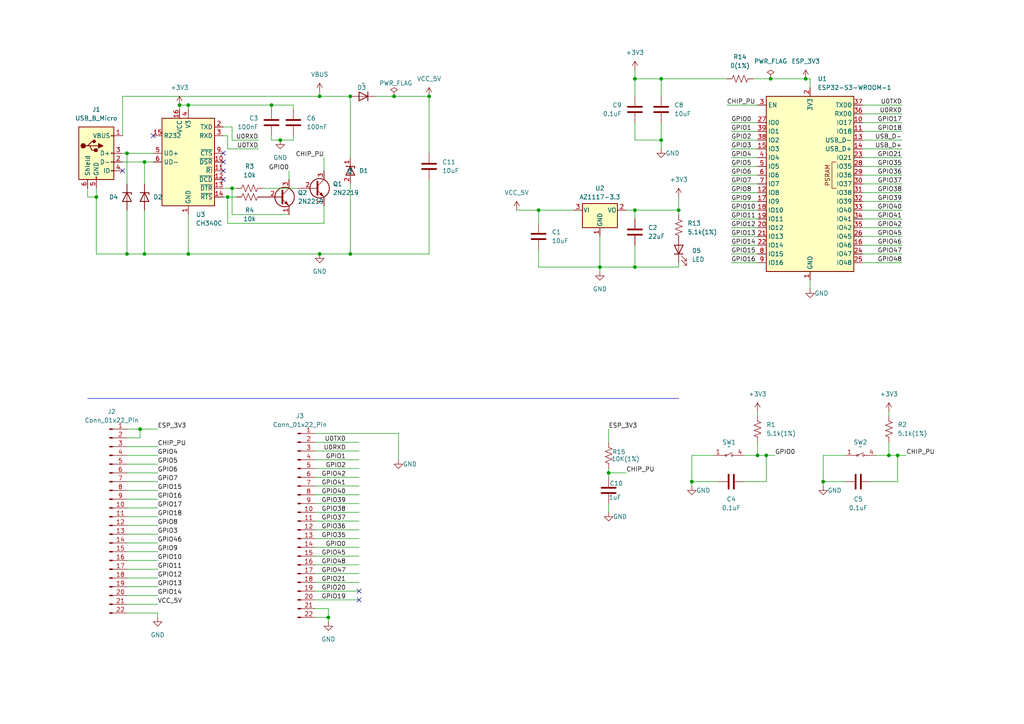
<source format=kicad_sch>
(kicad_sch (version 20231120) (generator "eeschema") (generator_version "8.0")
  (paper "A4")
  (lib_symbols
    (symbol "Button_1"
      (property "Reference" "SW" (at 0.508 0 0))
      (symbol "Button_1_1_1"
        (pin passive line (at -3.81 -2.54 0) (length 2.54) (name "") (number "1"))
        (pin no_connect line (at -1.27 -6.35 90) (length 2.54) hide (name "") (number "2"))
        (pin no_connect line (at 2.54 -6.35 90) (length 2.54) hide (name "") (number "3"))
        (pin passive line (at 5.08 -2.54 180) (length 2.54) (name "") (number "4"))
      )
    )
    (symbol "Connector:Conn_01x22_Pin" (pin_names (offset 1.016) hide)
      (property "Reference" "J" (at 0 27.94 0))
      (property "Value" "Conn_01x22_Pin" (at 0 -30.48 0))
      (symbol "Conn_01x22_Pin_1_1"
        (pin passive line (at 5.08 25.4 180) (length 3.81) (name "Pin_1") (number "1"))
        (pin passive line (at 5.08 2.54 180) (length 3.81) (name "Pin_10") (number "10"))
        (pin passive line (at 5.08 0 180) (length 3.81) (name "Pin_11") (number "11"))
        (pin passive line (at 5.08 -2.54 180) (length 3.81) (name "Pin_12") (number "12"))
        (pin passive line (at 5.08 -5.08 180) (length 3.81) (name "Pin_13") (number "13"))
        (pin passive line (at 5.08 -7.62 180) (length 3.81) (name "Pin_14") (number "14"))
        (pin passive line (at 5.08 -10.16 180) (length 3.81) (name "Pin_15") (number "15"))
        (pin passive line (at 5.08 -12.7 180) (length 3.81) (name "Pin_16") (number "16"))
        (pin passive line (at 5.08 -15.24 180) (length 3.81) (name "Pin_17") (number "17"))
        (pin passive line (at 5.08 -17.78 180) (length 3.81) (name "Pin_18") (number "18"))
        (pin passive line (at 5.08 -20.32 180) (length 3.81) (name "Pin_19") (number "19"))
        (pin passive line (at 5.08 22.86 180) (length 3.81) (name "Pin_2") (number "2"))
        (pin passive line (at 5.08 -22.86 180) (length 3.81) (name "Pin_20") (number "20"))
        (pin passive line (at 5.08 -25.4 180) (length 3.81) (name "Pin_21") (number "21"))
        (pin passive line (at 5.08 -27.94 180) (length 3.81) (name "Pin_22") (number "22"))
        (pin passive line (at 5.08 20.32 180) (length 3.81) (name "Pin_3") (number "3"))
        (pin passive line (at 5.08 17.78 180) (length 3.81) (name "Pin_4") (number "4"))
        (pin passive line (at 5.08 15.24 180) (length 3.81) (name "Pin_5") (number "5"))
        (pin passive line (at 5.08 12.7 180) (length 3.81) (name "Pin_6") (number "6"))
        (pin passive line (at 5.08 10.16 180) (length 3.81) (name "Pin_7") (number "7"))
        (pin passive line (at 5.08 7.62 180) (length 3.81) (name "Pin_8") (number "8"))
        (pin passive line (at 5.08 5.08 180) (length 3.81) (name "Pin_9") (number "9"))
      )
    )
    (symbol "Connector:USB_B_Micro" (pin_names (offset 1.016))
      (property "Reference" "J1" (at 0 12.7 0))
      (property "Value" "USB_B_Micro" (at 0 10.16 0))
      (symbol "USB_B_Micro_1_1"
        (pin power_out line (at 7.62 5.08 180) (length 2.54) (name "VBUS") (number "1"))
        (pin bidirectional line (at 7.62 -2.54 180) (length 2.54) (name "D-") (number "2"))
        (pin bidirectional line (at 7.62 0 180) (length 2.54) (name "D+") (number "3"))
        (pin passive line (at 7.62 -5.08 180) (length 2.54) (name "ID") (number "4"))
        (pin power_out line (at 0 -10.16 90) (length 2.54) (name "GND") (number "5"))
        (pin passive line (at -2.54 -10.16 90) (length 2.54) (name "Shield") (number "6"))
      )
    )
    (symbol "D_Zener_1" (pin_names (offset 1.016))
      (property "Reference" "D" (at 0 2.54 0))
      (property "Value" "D_Zener" (at 0 -2.54 0))
      (symbol "D_Zener_1_1_1"
        (pin passive line (at -3.81 0 0) (length 2.54) (name "K") (number "1"))
        (pin passive line (at 3.81 0 180) (length 2.54) (name "A") (number "2"))
      )
    )
    (symbol "Device:C" (pin_numbers hide) (pin_names (offset 0.254))
      (property "Reference" "C" (at 0.635 2.54 0))
      (property "Value" "C" (at 0.635 -2.54 0))
      (symbol "C_1_1"
        (pin passive line (at 0 3.81 270) (length 2.794) (name "~") (number "1"))
        (pin passive line (at 0 -3.81 90) (length 2.794) (name "~") (number "2"))
      )
    )
    (symbol "Device:D_Zener" (pin_numbers hide) (pin_names (offset 1.016) hide)
      (property "Reference" "D" (at 0 2.54 0))
      (property "Value" "D_Zener" (at 0 -2.54 0))
      (symbol "D_Zener_1_1"
        (pin passive line (at -3.81 0 0) (length 2.54) (name "K") (number "1"))
        (pin passive line (at 3.81 0 180) (length 2.54) (name "A") (number "2"))
      )
    )
    (symbol "Device:LED" (pin_numbers hide) (pin_names (offset 1.016) hide)
      (property "Reference" "D" (at 0 2.54 0))
      (property "Value" "LED" (at 0 -2.54 0))
      (symbol "LED_1_1"
        (pin passive line (at -3.81 0 0) (length 2.54) (name "K") (number "1"))
        (pin passive line (at 3.81 0 180) (length 2.54) (name "A") (number "2"))
      )
    )
    (symbol "Device:R_US" (pin_numbers hide) (pin_names (offset 0))
      (property "Reference" "R" (at 2.54 0 90))
      (property "Value" "R_US" (at -2.54 0 90))
      (symbol "R_US_1_1"
        (pin passive line (at 0 3.81 270) (length 1.27) (name "~") (number "1"))
        (pin passive line (at 0 -3.81 90) (length 1.27) (name "~") (number "2"))
      )
    )
    (symbol "Diode:US2AA" (pin_numbers hide) (pin_names hide)
      (property "Reference" "D" (at 0 2.54 0))
      (property "Value" "US2AA" (at 0 -2.54 0))
      (symbol "US2AA_1_1"
        (pin passive line (at -3.81 0 0) (length 2.54) (name "K") (number "1"))
        (pin passive line (at 3.81 0 180) (length 2.54) (name "A") (number "2"))
      )
    )
    (symbol "Interface_USB:CH340C"
      (property "Reference" "U" (at -5.08 13.97 0))
      (property "Value" "CH340C" (at 1.27 13.97 0))
      (symbol "CH340C_1_1"
        (pin power_in line (at 0 -15.24 90) (length 2.54) (name "GND") (number "1"))
        (pin input line (at 10.16 0 180) (length 2.54) (name "~{DSR}") (number "10"))
        (pin input line (at 10.16 -2.54 180) (length 2.54) (name "~{RI}") (number "11"))
        (pin input line (at 10.16 -5.08 180) (length 2.54) (name "~{DCD}") (number "12"))
        (pin output line (at 10.16 -7.62 180) (length 2.54) (name "~{DTR}") (number "13"))
        (pin output line (at 10.16 -10.16 180) (length 2.54) (name "~{RTS}") (number "14"))
        (pin input line (at -10.16 7.62 0) (length 2.54) (name "R232") (number "15"))
        (pin power_in line (at -2.54 15.24 270) (length 2.54) (name "VCC") (number "16"))
        (pin output line (at 10.16 10.16 180) (length 2.54) (name "TXD") (number "2"))
        (pin input line (at 10.16 7.62 180) (length 2.54) (name "RXD") (number "3"))
        (pin power_out line (at 0 15.24 270) (length 2.54) (name "V3") (number "4"))
        (pin bidirectional line (at -10.16 2.54 0) (length 2.54) (name "UD+") (number "5"))
        (pin bidirectional line (at -10.16 0 0) (length 2.54) (name "UD-") (number "6"))
        (pin no_connect line (at -7.62 -5.08 0) (length 2.54) hide (name "NC") (number "7"))
        (pin no_connect line (at -7.62 -7.62 0) (length 2.54) hide (name "NC") (number "8"))
        (pin input line (at 10.16 2.54 180) (length 2.54) (name "~{CTS}") (number "9"))
      )
    )
    (symbol "Library_project:Button"
      (property "Reference" "SW" (at 0.508 0 0))
      (symbol "Button_1_1"
        (pin passive line (at -3.81 -2.54 0) (length 2.54) (name "") (number "1"))
        (pin no_connect line (at -1.27 -6.35 90) (length 2.54) hide (name "") (number "2"))
        (pin no_connect line (at 2.54 -6.35 90) (length 2.54) hide (name "") (number "3"))
        (pin passive line (at 5.08 -2.54 180) (length 2.54) (name "") (number "4"))
      )
    )
    (symbol "RF_Module:ESP32-S3-WROOM-1"
      (property "Reference" "U" (at -12.7 26.67 0))
      (property "Value" "ESP32-S3-WROOM-1" (at 12.7 26.67 0))
      (symbol "ESP32-S3-WROOM-1_0_0"
        (text "PSRAM" (at 5.08 2.54 900) (effects (font (size 1.27 1.27))))
      )
      (symbol "ESP32-S3-WROOM-1_1_1"
        (pin power_in line (at 0 -27.94 90) (length 2.54) (name "GND") (number "1"))
        (pin bidirectional line (at 15.24 17.78 180) (length 2.54) (name "IO17") (number "10"))
        (pin bidirectional line (at 15.24 15.24 180) (length 2.54) (name "IO18") (number "11"))
        (pin bidirectional line (at -15.24 -2.54 0) (length 2.54) (name "IO8") (number "12"))
        (pin bidirectional line (at 15.24 12.7 180) (length 2.54) (name "USB_D-") (number "13"))
        (pin bidirectional line (at 15.24 10.16 180) (length 2.54) (name "USB_D+") (number "14"))
        (pin bidirectional line (at -15.24 10.16 0) (length 2.54) (name "IO3") (number "15"))
        (pin bidirectional line (at 15.24 -17.78 180) (length 2.54) (name "IO46") (number "16"))
        (pin bidirectional line (at -15.24 -5.08 0) (length 2.54) (name "IO9") (number "17"))
        (pin bidirectional line (at -15.24 -7.62 0) (length 2.54) (name "IO10") (number "18"))
        (pin bidirectional line (at -15.24 -10.16 0) (length 2.54) (name "IO11") (number "19"))
        (pin power_in line (at 0 27.94 270) (length 2.54) (name "3V3") (number "2"))
        (pin bidirectional line (at -15.24 -12.7 0) (length 2.54) (name "IO12") (number "20"))
        (pin bidirectional line (at -15.24 -15.24 0) (length 2.54) (name "IO13") (number "21"))
        (pin bidirectional line (at -15.24 -17.78 0) (length 2.54) (name "IO14") (number "22"))
        (pin bidirectional line (at 15.24 7.62 180) (length 2.54) (name "IO21") (number "23"))
        (pin bidirectional line (at 15.24 -20.32 180) (length 2.54) (name "IO47") (number "24"))
        (pin bidirectional line (at 15.24 -22.86 180) (length 2.54) (name "IO48") (number "25"))
        (pin bidirectional line (at 15.24 -15.24 180) (length 2.54) (name "IO45") (number "26"))
        (pin bidirectional line (at -15.24 17.78 0) (length 2.54) (name "IO0") (number "27"))
        (pin bidirectional line (at 15.24 5.08 180) (length 2.54) (name "IO35") (number "28"))
        (pin bidirectional line (at 15.24 2.54 180) (length 2.54) (name "IO36") (number "29"))
        (pin input line (at -15.24 22.86 0) (length 2.54) (name "EN") (number "3"))
        (pin bidirectional line (at 15.24 0 180) (length 2.54) (name "IO37") (number "30"))
        (pin bidirectional line (at 15.24 -2.54 180) (length 2.54) (name "IO38") (number "31"))
        (pin bidirectional line (at 15.24 -5.08 180) (length 2.54) (name "IO39") (number "32"))
        (pin bidirectional line (at 15.24 -7.62 180) (length 2.54) (name "IO40") (number "33"))
        (pin bidirectional line (at 15.24 -10.16 180) (length 2.54) (name "IO41") (number "34"))
        (pin bidirectional line (at 15.24 -12.7 180) (length 2.54) (name "IO42") (number "35"))
        (pin bidirectional line (at 15.24 20.32 180) (length 2.54) (name "RXD0") (number "36"))
        (pin bidirectional line (at 15.24 22.86 180) (length 2.54) (name "TXD0") (number "37"))
        (pin bidirectional line (at -15.24 12.7 0) (length 2.54) (name "IO2") (number "38"))
        (pin bidirectional line (at -15.24 15.24 0) (length 2.54) (name "IO1") (number "39"))
        (pin bidirectional line (at -15.24 7.62 0) (length 2.54) (name "IO4") (number "4"))
        (pin passive line (at 0 -27.94 90) (length 2.54) hide (name "GND") (number "40"))
        (pin passive line (at 0 -27.94 90) (length 2.54) hide (name "GND") (number "41"))
        (pin bidirectional line (at -15.24 5.08 0) (length 2.54) (name "IO5") (number "5"))
        (pin bidirectional line (at -15.24 2.54 0) (length 2.54) (name "IO6") (number "6"))
        (pin bidirectional line (at -15.24 0 0) (length 2.54) (name "IO7") (number "7"))
        (pin bidirectional line (at -15.24 -20.32 0) (length 2.54) (name "IO15") (number "8"))
        (pin bidirectional line (at -15.24 -22.86 0) (length 2.54) (name "IO16") (number "9"))
      )
    )
    (symbol "Regulator_Linear:AZ1117-3.3" (pin_names (offset 0.254))
      (property "Reference" "U" (at -3.81 3.175 0))
      (property "Value" "AZ1117-3.3" (at 0 3.175 0))
      (symbol "AZ1117-3.3_1_1"
        (pin power_in line (at 0 -7.62 90) (length 2.54) (name "GND") (number "1"))
        (pin power_out line (at 7.62 0 180) (length 2.54) (name "VO") (number "2"))
        (pin power_in line (at -7.62 0 0) (length 2.54) (name "VI") (number "3"))
      )
    )
    (symbol "Transistor_BJT:2N2219" (pin_names (offset 0) hide)
      (property "Reference" "Q" (at 5.08 1.905 0))
      (property "Value" "2N2219" (at 5.08 0 0))
      (symbol "2N2219_1_1"
        (pin passive line (at 2.54 -5.08 90) (length 2.54) (name "E") (number "1"))
        (pin passive line (at -5.08 0 0) (length 5.715) (name "B") (number "2"))
        (pin passive line (at 2.54 5.08 270) (length 2.54) (name "C") (number "3"))
      )
    )
    (symbol "power:+3V3" (power) (pin_numbers hide) (pin_names (offset 0) hide)
      (property "Value" "+3V3" (at 0 3.556 0))
      (symbol "+3V3_1_1"
        (pin power_in line (at 0 0 90) (length 0) (name "~") (number "1"))
      )
    )
    (symbol "power:GND" (power) (pin_numbers hide) (pin_names (offset 0) hide)
      (property "Value" "GND" (at 0 -3.81 0))
      (symbol "GND_1_1"
        (pin power_in line (at 0 0 270) (length 0) (name "~") (number "1"))
      )
    )
    (symbol "power:PWR_FLAG" (power) (pin_numbers hide) (pin_names (offset 0) hide)
      (property "Value" "PWR_FLAG" (at 0 3.81 0))
      (symbol "PWR_FLAG_0_0"
        (pin power_out line (at 0 0 90) (length 0) (name "~") (number "1"))
      )
    )
    (symbol "power:VBUS" (power) (pin_numbers hide) (pin_names (offset 0) hide)
      (property "Value" "VBUS" (at 0 3.556 0))
      (symbol "VBUS_1_1"
        (pin power_in line (at 0 0 90) (length 0) (name "~") (number "1"))
      )
    )
  )
  (junction (at 67.31 54.61))
  (junction (at 233.68 22.86))
  (junction (at 238.76 139.7))
  (junction (at 41.91 73.66))
  (junction (at 95.25 179.07))
  (junction (at 222.25 132.08))
  (junction (at 191.77 22.86))
  (junction (at 36.83 73.66))
  (junction (at 173.99 77.47))
  (junction (at 27.94 57.15))
  (junction (at 200.66 139.7))
  (junction (at 52.07 30.48))
  (junction (at 81.28 40.64))
  (junction (at 101.6 27.94))
  (junction (at 184.15 22.86))
  (junction (at 78.74 30.48))
  (junction (at 176.53 137.16))
  (junction (at 54.61 30.48))
  (junction (at 219.71 132.08))
  (junction (at 66.04 57.15))
  (junction (at 223.52 22.86))
  (junction (at 92.71 27.94))
  (junction (at 41.91 46.99))
  (junction (at 92.71 73.66))
  (junction (at 257.81 132.08))
  (junction (at 260.35 132.08))
  (junction (at 156.21 60.96))
  (junction (at 36.83 44.45))
  (junction (at 40.64 124.46))
  (junction (at 124.46 27.94))
  (junction (at 196.85 60.96))
  (junction (at 191.77 40.64))
  (junction (at 54.61 73.66))
  (junction (at 101.6 73.66))
  (junction (at 184.15 77.47))
  (junction (at 114.3 27.94))
  (junction (at 184.15 60.96))
  (no_connect (at 104.14 173.99))
  (no_connect (at 104.14 171.45))
  (no_connect (at 64.77 49.53))
  (no_connect (at 64.77 52.07))
  (no_connect (at 64.77 46.99))
  (no_connect (at 35.56 49.53))
  (no_connect (at 64.77 44.45))
  (no_connect (at 44.45 39.37))
  (wire (pts (xy 173.99 68.58) (xy 173.99 77.47)))
  (wire (pts (xy 67.31 36.83) (xy 64.77 36.83)))
  (wire (pts (xy 176.53 146.05) (xy 176.53 148.59)))
  (wire (pts (xy 156.21 72.39) (xy 156.21 77.47)))
  (wire (pts (xy 156.21 60.96) (xy 166.37 60.96)))
  (wire (pts (xy 92.71 26.67) (xy 92.71 27.94)))
  (wire (pts (xy 78.74 31.75) (xy 78.74 30.48)))
  (wire (pts (xy 222.25 132.08) (xy 222.25 139.7)))
  (wire (pts (xy 64.77 54.61) (xy 67.31 54.61)))
  (wire (pts (xy 35.56 27.94) (xy 35.56 39.37)))
  (wire (pts (xy 181.61 60.96) (xy 184.15 60.96)))
  (wire (pts (xy 234.95 83.82) (xy 234.95 81.28)))
  (wire (pts (xy 184.15 60.96) (xy 196.85 60.96)))
  (wire (pts (xy 91.44 173.99) (xy 104.14 173.99)))
  (wire (pts (xy 261.62 73.66) (xy 250.19 73.66)))
  (wire (pts (xy 91.44 153.67) (xy 104.14 153.67)))
  (wire (pts (xy 83.82 49.53) (xy 83.82 52.07)))
  (wire (pts (xy 261.62 66.04) (xy 250.19 66.04)))
  (wire (pts (xy 200.66 140.97) (xy 200.66 139.7)))
  (wire (pts (xy 212.09 63.5) (xy 219.71 63.5)))
  (wire (pts (xy 233.68 22.86) (xy 234.95 22.86)))
  (wire (pts (xy 234.95 25.4) (xy 234.95 22.86)))
  (wire (pts (xy 85.09 30.48) (xy 78.74 30.48)))
  (wire (pts (xy 260.35 132.08) (xy 260.35 139.7)))
  (wire (pts (xy 54.61 30.48) (xy 52.07 30.48)))
  (wire (pts (xy 212.09 73.66) (xy 219.71 73.66)))
  (wire (pts (xy 36.83 157.48) (xy 45.72 157.48)))
  (wire (pts (xy 250.19 35.56) (xy 261.62 35.56)))
  (wire (pts (xy 184.15 60.96) (xy 184.15 63.5)))
  (wire (pts (xy 91.44 168.91) (xy 104.14 168.91)))
  (wire (pts (xy 67.31 40.64) (xy 67.31 36.83)))
  (wire (pts (xy 36.83 73.66) (xy 41.91 73.66)))
  (wire (pts (xy 25.4 57.15) (xy 27.94 57.15)))
  (wire (pts (xy 261.62 71.12) (xy 250.19 71.12)))
  (wire (pts (xy 93.98 45.72) (xy 93.98 49.53)))
  (wire (pts (xy 124.46 27.94) (xy 124.46 44.45)))
  (wire (pts (xy 36.83 175.26) (xy 45.72 175.26)))
  (wire (pts (xy 91.44 163.83) (xy 104.14 163.83)))
  (wire (pts (xy 176.53 124.46) (xy 176.53 128.27)))
  (wire (pts (xy 35.56 46.99) (xy 41.91 46.99)))
  (wire (pts (xy 36.83 144.78) (xy 45.72 144.78)))
  (wire (pts (xy 36.83 154.94) (xy 45.72 154.94)))
  (wire (pts (xy 54.61 30.48) (xy 78.74 30.48)))
  (wire (pts (xy 222.25 132.08) (xy 224.79 132.08)))
  (wire (pts (xy 184.15 71.12) (xy 184.15 77.47)))
  (wire (pts (xy 95.25 179.07) (xy 95.25 176.53)))
  (wire (pts (xy 260.35 132.08) (xy 262.89 132.08)))
  (wire (pts (xy 257.81 132.08) (xy 260.35 132.08)))
  (wire (pts (xy 219.71 119.38) (xy 219.71 120.65)))
  (wire (pts (xy 261.62 45.72) (xy 250.19 45.72)))
  (wire (pts (xy 184.15 20.32) (xy 184.15 22.86)))
  (wire (pts (xy 218.44 22.86) (xy 223.52 22.86)))
  (wire (pts (xy 66.04 43.18) (xy 66.04 39.37)))
  (wire (pts (xy 36.83 134.62) (xy 45.72 134.62)))
  (wire (pts (xy 36.83 162.56) (xy 45.72 162.56)))
  (wire (pts (xy 212.09 60.96) (xy 219.71 60.96)))
  (wire (pts (xy 92.71 73.66) (xy 101.6 73.66)))
  (wire (pts (xy 91.44 166.37) (xy 104.14 166.37)))
  (wire (pts (xy 36.83 137.16) (xy 45.72 137.16)))
  (wire (pts (xy 212.09 58.42) (xy 219.71 58.42)))
  (wire (pts (xy 36.83 139.7) (xy 45.72 139.7)))
  (wire (pts (xy 191.77 22.86) (xy 210.82 22.86)))
  (wire (pts (xy 257.81 119.38) (xy 257.81 120.65)))
  (wire (pts (xy 219.71 132.08) (xy 222.25 132.08)))
  (wire (pts (xy 76.2 54.61) (xy 86.36 54.61)))
  (wire (pts (xy 36.83 147.32) (xy 45.72 147.32)))
  (wire (pts (xy 261.62 76.2) (xy 250.19 76.2)))
  (wire (pts (xy 52.07 30.48) (xy 52.07 31.75)))
  (wire (pts (xy 41.91 46.99) (xy 41.91 53.34)))
  (wire (pts (xy 91.44 158.75) (xy 104.14 158.75)))
  (wire (pts (xy 85.09 40.64) (xy 81.28 40.64)))
  (wire (pts (xy 223.52 22.86) (xy 233.68 22.86)))
  (wire (pts (xy 54.61 73.66) (xy 92.71 73.66)))
  (wire (pts (xy 91.44 140.97) (xy 104.14 140.97)))
  (wire (pts (xy 196.85 57.15) (xy 196.85 60.96)))
  (wire (pts (xy 184.15 77.47) (xy 196.85 77.47)))
  (wire (pts (xy 176.53 137.16) (xy 176.53 138.43)))
  (wire (pts (xy 207.01 132.08) (xy 200.66 132.08)))
  (wire (pts (xy 40.64 127) (xy 40.64 124.46)))
  (wire (pts (xy 200.66 132.08) (xy 200.66 139.7)))
  (wire (pts (xy 91.44 148.59) (xy 104.14 148.59)))
  (wire (pts (xy 91.44 133.35) (xy 104.14 133.35)))
  (wire (pts (xy 41.91 60.96) (xy 41.91 73.66)))
  (wire (pts (xy 212.09 40.64) (xy 219.71 40.64)))
  (wire (pts (xy 261.62 50.8) (xy 250.19 50.8)))
  (polyline (pts (xy 25.4 115.57) (xy 196.85 115.57)))
  (wire (pts (xy 41.91 73.66) (xy 54.61 73.66)))
  (wire (pts (xy 68.58 54.61) (xy 67.31 54.61)))
  (wire (pts (xy 156.21 60.96) (xy 156.21 64.77)))
  (wire (pts (xy 91.44 138.43) (xy 104.14 138.43)))
  (wire (pts (xy 191.77 22.86) (xy 191.77 27.94)))
  (wire (pts (xy 36.83 124.46) (xy 40.64 124.46)))
  (wire (pts (xy 40.64 124.46) (xy 45.72 124.46)))
  (wire (pts (xy 36.83 44.45) (xy 44.45 44.45)))
  (wire (pts (xy 250.19 43.18) (xy 261.62 43.18)))
  (wire (pts (xy 196.85 62.23) (xy 196.85 60.96)))
  (wire (pts (xy 36.83 142.24) (xy 45.72 142.24)))
  (wire (pts (xy 252.73 139.7) (xy 260.35 139.7)))
  (wire (pts (xy 91.44 161.29) (xy 104.14 161.29)))
  (wire (pts (xy 44.45 46.99) (xy 41.91 46.99)))
  (wire (pts (xy 196.85 69.85) (xy 196.85 68.58)))
  (wire (pts (xy 257.81 128.27) (xy 257.81 132.08)))
  (wire (pts (xy 91.44 171.45) (xy 104.14 171.45)))
  (wire (pts (xy 238.76 140.97) (xy 238.76 139.7)))
  (wire (pts (xy 212.09 53.34) (xy 219.71 53.34)))
  (wire (pts (xy 54.61 62.23) (xy 54.61 73.66)))
  (wire (pts (xy 85.09 31.75) (xy 85.09 30.48)))
  (wire (pts (xy 215.9 139.7) (xy 222.25 139.7)))
  (wire (pts (xy 261.62 68.58) (xy 250.19 68.58)))
  (wire (pts (xy 91.44 130.81) (xy 104.14 130.81)))
  (wire (pts (xy 54.61 30.48) (xy 54.61 31.75)))
  (wire (pts (xy 250.19 40.64) (xy 261.62 40.64)))
  (wire (pts (xy 212.09 45.72) (xy 219.71 45.72)))
  (wire (pts (xy 36.83 127) (xy 40.64 127)))
  (wire (pts (xy 36.83 165.1) (xy 45.72 165.1)))
  (wire (pts (xy 212.09 43.18) (xy 219.71 43.18)))
  (wire (pts (xy 250.19 33.02) (xy 261.62 33.02)))
  (wire (pts (xy 67.31 54.61) (xy 67.31 62.23)))
  (wire (pts (xy 261.62 48.26) (xy 250.19 48.26)))
  (wire (pts (xy 212.09 55.88) (xy 219.71 55.88)))
  (wire (pts (xy 101.6 27.94) (xy 101.6 45.72)))
  (wire (pts (xy 254 132.08) (xy 257.81 132.08)))
  (wire (pts (xy 95.25 180.34) (xy 95.25 179.07)))
  (wire (pts (xy 261.62 53.34) (xy 250.19 53.34)))
  (wire (pts (xy 212.09 66.04) (xy 219.71 66.04)))
  (wire (pts (xy 66.04 39.37) (xy 64.77 39.37)))
  (wire (pts (xy 173.99 77.47) (xy 156.21 77.47)))
  (wire (pts (xy 35.56 44.45) (xy 36.83 44.45)))
  (wire (pts (xy 95.25 176.53) (xy 91.44 176.53)))
  (wire (pts (xy 212.09 76.2) (xy 219.71 76.2)))
  (wire (pts (xy 36.83 160.02) (xy 45.72 160.02)))
  (wire (pts (xy 36.83 149.86) (xy 45.72 149.86)))
  (wire (pts (xy 66.04 64.77) (xy 66.04 57.15)))
  (wire (pts (xy 27.94 73.66) (xy 36.83 73.66)))
  (wire (pts (xy 184.15 40.64) (xy 191.77 40.64)))
  (wire (pts (xy 92.71 27.94) (xy 101.6 27.94)))
  (wire (pts (xy 64.77 57.15) (xy 66.04 57.15)))
  (wire (pts (xy 78.74 40.64) (xy 81.28 40.64)))
  (wire (pts (xy 196.85 76.2) (xy 196.85 77.47)))
  (wire (pts (xy 25.4 54.61) (xy 25.4 57.15)))
  (wire (pts (xy 85.09 39.37) (xy 85.09 40.64)))
  (wire (pts (xy 210.82 30.48) (xy 219.71 30.48)))
  (wire (pts (xy 114.3 27.94) (xy 124.46 27.94)))
  (wire (pts (xy 238.76 139.7) (xy 245.11 139.7)))
  (wire (pts (xy 91.44 146.05) (xy 104.14 146.05)))
  (wire (pts (xy 74.93 40.64) (xy 67.31 40.64)))
  (wire (pts (xy 83.82 62.23) (xy 67.31 62.23)))
  (wire (pts (xy 36.83 170.18) (xy 45.72 170.18)))
  (wire (pts (xy 36.83 129.54) (xy 45.72 129.54)))
  (wire (pts (xy 184.15 22.86) (xy 191.77 22.86)))
  (wire (pts (xy 91.44 143.51) (xy 104.14 143.51)))
  (wire (pts (xy 27.94 54.61) (xy 27.94 57.15)))
  (wire (pts (xy 78.74 39.37) (xy 78.74 40.64)))
  (wire (pts (xy 115.57 125.73) (xy 115.57 133.35)))
  (wire (pts (xy 36.83 167.64) (xy 45.72 167.64)))
  (wire (pts (xy 109.22 27.94) (xy 114.3 27.94)))
  (wire (pts (xy 91.44 135.89) (xy 104.14 135.89)))
  (wire (pts (xy 245.11 132.08) (xy 238.76 132.08)))
  (wire (pts (xy 45.72 177.8) (xy 36.83 177.8)))
  (wire (pts (xy 91.44 151.13) (xy 104.14 151.13)))
  (wire (pts (xy 124.46 52.07) (xy 124.46 73.66)))
  (wire (pts (xy 212.09 50.8) (xy 219.71 50.8)))
  (wire (pts (xy 215.9 132.08) (xy 219.71 132.08)))
  (wire (pts (xy 66.04 57.15) (xy 68.58 57.15)))
  (wire (pts (xy 219.71 128.27) (xy 219.71 132.08)))
  (wire (pts (xy 93.98 64.77) (xy 66.04 64.77)))
  (wire (pts (xy 212.09 71.12) (xy 219.71 71.12)))
  (wire (pts (xy 200.66 139.7) (xy 208.28 139.7)))
  (wire (pts (xy 91.44 179.07) (xy 95.25 179.07)))
  (wire (pts (xy 36.83 132.08) (xy 45.72 132.08)))
  (wire (pts (xy 212.09 48.26) (xy 219.71 48.26)))
  (wire (pts (xy 212.09 68.58) (xy 219.71 68.58)))
  (wire (pts (xy 212.09 35.56) (xy 219.71 35.56)))
  (wire (pts (xy 184.15 40.64) (xy 184.15 35.56)))
  (wire (pts (xy 176.53 137.16) (xy 181.61 137.16)))
  (wire (pts (xy 91.44 128.27) (xy 104.14 128.27)))
  (wire (pts (xy 250.19 58.42) (xy 261.62 58.42)))
  (wire (pts (xy 101.6 73.66) (xy 124.46 73.66)))
  (wire (pts (xy 93.98 59.69) (xy 93.98 64.77)))
  (wire (pts (xy 36.83 60.96) (xy 36.83 73.66)))
  (wire (pts (xy 91.44 125.73) (xy 115.57 125.73)))
  (wire (pts (xy 212.09 38.1) (xy 219.71 38.1)))
  (wire (pts (xy 173.99 78.74) (xy 173.99 77.47)))
  (wire (pts (xy 27.94 73.66) (xy 27.94 57.15)))
  (wire (pts (xy 261.62 38.1) (xy 250.19 38.1)))
  (wire (pts (xy 45.72 179.07) (xy 45.72 177.8)))
  (wire (pts (xy 36.83 172.72) (xy 45.72 172.72)))
  (wire (pts (xy 184.15 77.47) (xy 173.99 77.47)))
  (wire (pts (xy 35.56 27.94) (xy 92.71 27.94)))
  (wire (pts (xy 149.86 60.96) (xy 156.21 60.96)))
  (wire (pts (xy 36.83 152.4) (xy 45.72 152.4)))
  (wire (pts (xy 191.77 40.64) (xy 191.77 43.18)))
  (wire (pts (xy 91.44 156.21) (xy 104.14 156.21)))
  (wire (pts (xy 184.15 27.94) (xy 184.15 22.86)))
  (wire (pts (xy 191.77 35.56) (xy 191.77 40.64)))
  (wire (pts (xy 261.62 63.5) (xy 250.19 63.5)))
  (wire (pts (xy 261.62 55.88) (xy 250.19 55.88)))
  (wire (pts (xy 261.62 60.96) (xy 250.19 60.96)))
  (wire (pts (xy 36.83 44.45) (xy 36.83 53.34)))
  (wire (pts (xy 74.93 43.18) (xy 66.04 43.18)))
  (wire (pts (xy 176.53 135.89) (xy 176.53 137.16)))
  (wire (pts (xy 250.19 30.48) (xy 261.62 30.48)))
  (wire (pts (xy 238.76 132.08) (xy 238.76 139.7)))
  (wire (pts (xy 101.6 53.34) (xy 101.6 73.66)))
  (label "GPIO15" (at 212.09 73.66 0))
  (label "GPIO39" (at 261.62 58.42 180))
  (label "GPIO17" (at 261.62 35.56 180))
  (label "GPIO38" (at 100.33 148.59 180))
  (label "GPIO5" (at 212.09 48.26 0))
  (label "GPIO4" (at 212.09 45.72 0))
  (label "GPIO21" (at 100.33 168.91 180))
  (label "GPIO38" (at 261.62 55.88 180))
  (label "GPIO16" (at 212.09 76.2 0))
  (label "USB_D+" (at 261.62 43.18 180))
  (label "U0RXD" (at 100.33 130.81 180))
  (label "GPIO37" (at 100.33 151.13 180))
  (label "GPIO10" (at 212.09 60.96 0))
  (label "USB_D-" (at 261.62 40.64 180))
  (label "GPIO12" (at 45.72 167.64 0))
  (label "ESP_3V3" (at 176.53 124.46 0))
  (label "GPIO0" (at 83.82 49.53 180))
  (label "CHIP_PU" (at 181.61 137.16 0))
  (label "ESP_3V3" (at 45.72 124.46 0))
  (label "GPIO11" (at 212.09 63.5 0))
  (label "GPIO3" (at 212.09 43.18 0))
  (label "GPIO14" (at 45.72 172.72 0))
  (label "GPIO13" (at 212.09 68.58 0))
  (label "GPIO37" (at 261.62 53.34 180))
  (label "GPIO13" (at 45.72 170.18 0))
  (label "GPIO7" (at 212.09 53.34 0))
  (label "GPIO6" (at 212.09 50.8 0))
  (label "GPIO47" (at 100.33 166.37 180))
  (label "GPIO16" (at 45.72 144.78 0))
  (label "GPIO2" (at 100.33 135.89 180))
  (label "CHIP_PU" (at 262.89 132.08 0))
  (label "GPIO9" (at 212.09 58.42 0))
  (label "GPIO9" (at 45.72 160.02 0))
  (label "GPIO3" (at 45.72 154.94 0))
  (label "GPIO6" (at 45.72 137.16 0))
  (label "U0RXD" (at 74.93 40.64 180))
  (label "GPIO41" (at 100.33 140.97 180))
  (label "CHIP_PU" (at 210.82 30.48 0))
  (label "CHIP_PU" (at 45.72 129.54 0))
  (label "GPIO18" (at 261.62 38.1 180))
  (label "GPIO1" (at 100.33 133.35 180))
  (label "GPIO17" (at 45.72 147.32 0))
  (label "GPIO45" (at 100.33 161.29 180))
  (label "GPIO41" (at 261.62 63.5 180))
  (label "GPIO42" (at 100.33 138.43 180))
  (label "CHIP_PU" (at 93.98 45.72 180))
  (label "GPIO36" (at 261.62 50.8 180))
  (label "GPIO47" (at 261.62 73.66 180))
  (label "GPIO20" (at 100.33 171.45 180))
  (label "GPIO10" (at 45.72 162.56 0))
  (label "GPIO46" (at 261.62 71.12 180))
  (label "GPIO45" (at 261.62 68.58 180))
  (label "GPIO1" (at 212.09 38.1 0))
  (label "GPIO48" (at 261.62 76.2 180))
  (label "GPIO40" (at 261.62 60.96 180))
  (label "GPIO8" (at 212.09 55.88 0))
  (label "GPIO15" (at 45.72 142.24 0))
  (label "GPIO5" (at 45.72 134.62 0))
  (label "GPIO42" (at 261.62 66.04 180))
  (label "GPIO12" (at 212.09 66.04 0))
  (label "GPIO11" (at 45.72 165.1 0))
  (label "GPIO19" (at 100.33 173.99 180))
  (label "GPIO0" (at 212.09 35.56 0))
  (label "GPIO40" (at 100.33 143.51 180))
  (label "GPIO21" (at 261.62 45.72 180))
  (label "VCC_5V" (at 45.72 175.26 0))
  (label "U0TXD" (at 74.93 43.18 180))
  (label "GPIO14" (at 212.09 71.12 0))
  (label "U0TXD" (at 100.33 128.27 180))
  (label "GPIO2" (at 212.09 40.64 0))
  (label "U0TXD" (at 261.62 30.48 180))
  (label "GPIO18" (at 45.72 149.86 0))
  (label "GPIO0" (at 224.79 132.08 0))
  (label "GPIO46" (at 45.72 157.48 0))
  (label "U0RXD" (at 261.62 33.02 180))
  (label "GPIO8" (at 45.72 152.4 0))
  (label "GPIO48" (at 100.33 163.83 180))
  (label "GPIO0" (at 100.33 158.75 180))
  (label "GPIO39" (at 100.33 146.05 180))
  (label "GPIO35" (at 100.33 156.21 180))
  (label "GPIO4" (at 45.72 132.08 0))
  (label "GPIO7" (at 45.72 139.7 0))
  (label "GPIO35" (at 261.62 48.26 180))
  (label "GPIO36" (at 100.33 153.67 180))
  (symbol (lib_id "Connector:USB_B_Micro") (at 27.94 44.45 0) (unit 1)
    (property "Reference" "J1" (at 27.94 31.75 0))
    (property "Value" "USB_B_Micro" (at 27.94 34.29 0))
    (property "Footprint" "FootprintLibrary:USB2.0(10118193)" (effects (hide yes)))
    (property "Datasheet" "https://cdn.amphenol-cs.com/media/wysiwyg/files/documentation/datasheet/inputoutput/io_usb_micro.pdf" (effects (hide yes)))
    (property "Description" "USB Micro Type B connector" (effects (hide yes)))
  )
  (symbol (lib_id "power:+3V3") (at 52.07 30.48 0) (unit 1)
    (property "Reference" "#PWR01" (effects (hide yes)))
    (property "Value" "+3V3" (at 52.07 25.4 0))
    (property "Description" "Power symbol creates a global label with name \"+3V3\"" (effects (hide yes)))
  )
  (symbol (lib_id "Interface_USB:CH340C") (at 54.61 46.99 0) (unit 1)
    (property "Reference" "U3" (at 56.8041 62.23 0) (effects (justify left)))
    (property "Value" "CH340C" (at 56.8041 64.77 0) (effects (justify left)))
    (property "Footprint" "Package_SO:SOIC-16_3.9x9.9mm_P1.27mm" (effects (hide yes)))
    (property "Datasheet" "https://datasheet.lcsc.com/szlcsc/Jiangsu-Qin-Heng-CH340C_C84681.pdf" (effects (hide yes)))
    (property "Description" "USB serial converter, crystal-less, UART, SOIC-16" (effects (hide yes)))
  )
  (symbol (lib_id "Device:R_US") (at 196.85 66.04 180) (unit 1)
    (property "Reference" "R13" (at 199.39 64.7699 0) (effects (justify right)))
    (property "Value" "5.1k(1%)" (at 199.39 67.3099 0) (effects (justify right)))
    (property "Footprint" "Resistor_SMD:R_0805_2012Metric" (effects (hide yes)))
    (property "Datasheet" "https://www.yageo.com/upload/media/product/products/datasheet/rchip/PYu-RC_Group_51_RoHS_L_12.pdf" (effects (hide yes)))
    (property "Description" "Resistor, US symbol" (effects (hide yes)))
  )
  (symbol (lib_id "Transistor_BJT:2N2219") (at 91.44 54.61 0) (unit 1)
    (property "Reference" "Q1" (at 96.52 53.3399 0) (effects (justify left)))
    (property "Value" "2N2219" (at 96.52 55.8799 0) (effects (justify left)))
    (property "Footprint" "FootprintLibrary:BSR14" (effects (hide yes)))
    (property "Datasheet" "http://www.onsemi.com/pub_link/Collateral/2N2219-D.PDF" (effects (hide yes)))
    (property "Description" "800mA Ic, 50V Vce, NPN Transistor, TO-39" (effects (hide yes)))
  )
  (symbol (lib_id "Device:R_US") (at 257.81 124.46 180) (unit 1)
    (property "Reference" "R2" (at 260.35 123.1899 0) (effects (justify right)))
    (property "Value" "5.1k(1%)" (at 260.35 125.7299 0) (effects (justify right)))
    (property "Footprint" "Resistor_SMD:R_0805_2012Metric" (effects (hide yes)))
    (property "Datasheet" "https://www.yageo.com/upload/media/product/products/datasheet/rchip/PYu-RC_Group_51_RoHS_L_12.pdf" (effects (hide yes)))
    (property "Description" "Resistor, US symbol" (effects (hide yes)))
  )
  (symbol (lib_id "power:GND") (at 92.71 73.66 0) (unit 1)
    (property "Reference" "#PWR02" (effects (hide yes)))
    (property "Value" "GND" (at 92.71 78.74 0))
    (property "Description" "Power symbol creates a global label with name \"GND\" , ground" (effects (hide yes)))
  )
  (symbol (lib_id "Device:C") (at 156.21 68.58 0) (unit 1)
    (property "Reference" "C1" (at 160.02 67.3099 0) (effects (justify left)))
    (property "Value" "10uF" (at 160.02 69.8499 0) (effects (justify left)))
    (property "Footprint" "FootprintLibrary:C_10uF" (effects (hide yes)))
    (property "Datasheet" "https://search.murata.co.jp/Ceramy/image/img/A01X/G101/ENG/GRM21BR61C106KE15-01.pdf" (effects (hide yes)))
    (property "Description" "Unpolarized capacitor" (effects (hide yes)))
  )
  (symbol (lib_id "Connector:Conn_01x22_Pin") (at 31.75 149.86 0) (unit 1)
    (property "Reference" "J2" (at 32.385 119.38 0))
    (property "Value" "Conn_01x22_Pin" (at 32.385 121.92 0))
    (property "Footprint" "Connector_PinHeader_2.54mm:PinHeader_1x22_P2.54mm_Vertical" (effects (hide yes)))
    (property "Datasheet" "https://suddendocs.samtec.com/catalog_english/td.pdf" (effects (hide yes)))
    (property "Description" "Generic connector, single row, 01x22, script generated" (effects (hide yes)))
  )
  (symbol (lib_id "power:PWR_FLAG") (at 223.52 22.86 0) (unit 1)
    (property "Reference" "#FLG04" (effects (hide yes)))
    (property "Value" "PWR_FLAG" (at 223.52 17.78 0))
    (property "Description" "Special symbol for telling ERC where power comes from" (effects (hide yes)))
  )
  (symbol (lib_id "power:GND") (at 95.25 180.34 0) (unit 1)
    (property "Reference" "#PWR07" (effects (hide yes)))
    (property "Value" "GND" (at 95.25 185.42 0))
    (property "Description" "Power symbol creates a global label with name \"GND\" , ground" (effects (hide yes)))
  )
  (symbol (lib_id "power:GND") (at 176.53 148.59 0) (unit 1)
    (property "Reference" "#PWR015" (effects (hide yes)))
    (property "Value" "GND" (at 179.832 149.86 0))
    (property "Description" "Power symbol creates a global label with name \"GND\" , ground" (effects (hide yes)))
  )
  (symbol (lib_id "power:GND") (at 115.57 133.35 0) (unit 1)
    (property "Reference" "#PWR022" (effects (hide yes)))
    (property "Value" "GND" (at 118.872 134.62 0))
    (property "Description" "Power symbol creates a global label with name \"GND\" , ground" (effects (hide yes)))
  )
  (symbol (lib_id "power:+3V3") (at 184.15 20.32 0) (unit 1)
    (property "Reference" "#PWR011" (effects (hide yes)))
    (property "Value" "+3V3" (at 184.15 15.24 0))
    (property "Description" "Power symbol creates a global label with name \"+3V3\"" (effects (hide yes)))
  )
  (symbol (lib_id "Device:R_US") (at 72.39 54.61 90) (unit 1)
    (property "Reference" "R3" (at 72.39 48.26 90))
    (property "Value" "10k" (at 72.39 50.8 90))
    (property "Footprint" "FootprintLibrary:R_10k(1%)" (effects (hide yes)))
    (property "Datasheet" "https://www.seielect.com/catalog/sei-rmcf_rmcp.pdf" (effects (hide yes)))
    (property "Description" "Resistor, US symbol" (effects (hide yes)))
  )
  (symbol (lib_id "Device:D_Zener") (at 41.91 57.15 270) (unit 1)
    (property "Reference" "D2" (at 44.45 57.1499 90) (effects (justify left)))
    (property "Value" "SMA6J58CA-Q" (effects (hide yes)))
    (property "Footprint" "FootprintLibrary:CR_041-1JY_STM" (effects (hide yes)))
    (property "Datasheet" "https://www.st.com/resource/en/datasheet/esda041-2w3y.pdf" (effects (hide yes)))
    (property "Description" "Zener diode" (effects (hide yes)))
  )
  (symbol (lib_id "Diode:US2AA") (at 105.41 27.94 180) (unit 1)
    (property "Reference" "D3" (at 104.902 25.4 0))
    (property "Value" "~" (at 105.41 24.13 0))
    (property "Footprint" "FootprintLibrary:Schottky" (effects (hide yes)))
    (property "Datasheet" "https://www.smc-diodes.com/propdf/SD05C%20THRU%20SD24C%20N2250%20REV.A.pdf" (effects (hide yes)))
    (property "Sim.Device" "D" (effects (hide yes)))
    (property "Sim.Pins" "1=K 2=A" (effects (hide yes)))
  )
  (symbol (lib_id "power:+3V3") (at 196.85 57.15 0) (unit 1)
    (property "Reference" "#PWR05" (effects (hide yes)))
    (property "Value" "+3V3" (at 196.85 52.07 0))
    (property "Description" "Power symbol creates a global label with name \"+3V3\"" (effects (hide yes)))
  )
  (symbol (lib_id "power:GND") (at 234.95 83.82 0) (unit 1)
    (property "Reference" "#PWR017" (effects (hide yes)))
    (property "Value" "GND" (at 238.252 85.09 0))
    (property "Description" "Power symbol creates a global label with name \"GND\" , ground" (effects (hide yes)))
  )
  (symbol (lib_id "power:GND") (at 200.66 140.97 0) (unit 1)
    (property "Reference" "#PWR018" (effects (hide yes)))
    (property "Value" "GND" (at 203.962 142.24 0))
    (property "Description" "Power symbol creates a global label with name \"GND\" , ground" (effects (hide yes)))
  )
  (symbol (lib_id "power:VBUS") (at 92.71 26.67 0) (unit 1)
    (property "Reference" "#PWR09" (effects (hide yes)))
    (property "Value" "VBUS" (at 92.71 21.59 0))
    (property "Description" "Power symbol creates a global label with name \"VBUS\"" (effects (hide yes)))
  )
  (symbol (lib_id "power:VBUS") (at 149.86 60.96 0) (unit 1)
    (property "Reference" "#PWR012" (effects (hide yes)))
    (property "Value" "VCC_5V" (at 149.86 55.88 0))
    (property "Description" "Power symbol creates a global label with name \"VBUS\"" (effects (hide yes)))
  )
  (symbol (lib_name "D_Zener_1") (lib_id "Device:D_Zener") (at 101.6 49.53 270) (unit 1)
    (property "Reference" "D1" (at 104.14 49.5299 90) (effects (justify left)))
    (property "Value" "SMA6J58CA-Q" (effects (hide yes)))
    (property "Footprint" "FootprintLibrary:CR_041-1JY_STM" (effects (hide yes)))
    (property "Datasheet" "https://www.st.com/resource/en/datasheet/esda041-2w3y.pdf" (effects (hide yes)))
    (property "Description" "Zener diode" (effects (hide yes)))
  )
  (symbol (lib_id "power:GND") (at 238.76 140.97 0) (unit 1)
    (property "Reference" "#PWR020" (effects (hide yes)))
    (property "Value" "GND" (at 242.062 142.24 0))
    (property "Description" "Power symbol creates a global label with name \"GND\" , ground" (effects (hide yes)))
  )
  (symbol (lib_id "Library_project:Button") (at 248.92 129.54 0) (unit 1)
    (property "Reference" "SW2" (at 249.555 128.27 0))
    (property "Value" "~" (at 249.555 129.54 0))
    (property "Footprint" "FootprintLibrary:PTS 647 SN50 SMTR2 LFS" (effects (hide yes)))
    (property "Datasheet" "https://www.ckswitches.com/media/2567/pts647.pdf" (effects (hide yes)))
  )
  (symbol (lib_id "Device:C") (at 176.53 142.24 0) (unit 1)
    (property "Reference" "C10" (at 176.784 140.208 0) (effects (justify left)))
    (property "Value" "1uF" (at 176.53 144.272 0) (effects (justify left)))
    (property "Footprint" "Capacitor_SMD:C_0805_2012Metric" (effects (hide yes)))
    (property "Description" "Unpolarized capacitor" (effects (hide yes)))
  )
  (symbol (lib_id "power:GND") (at 45.72 179.07 0) (unit 1)
    (property "Reference" "#PWR06" (effects (hide yes)))
    (property "Value" "GND" (at 45.72 184.15 0))
    (property "Description" "Power symbol creates a global label with name \"GND\" , ground" (effects (hide yes)))
  )
  (symbol (lib_id "power:+3V3") (at 257.81 119.38 0) (unit 1)
    (property "Reference" "#PWR019" (effects (hide yes)))
    (property "Value" "+3V3" (at 257.81 114.3 0))
    (property "Description" "Power symbol creates a global label with name \"+3V3\"" (effects (hide yes)))
  )
  (symbol (lib_id "power:GND") (at 191.77 43.18 0) (unit 1)
    (property "Reference" "#PWR014" (effects (hide yes)))
    (property "Value" "GND" (at 195.072 44.45 0))
    (property "Description" "Power symbol creates a global label with name \"GND\" , ground" (effects (hide yes)))
  )
  (symbol (lib_id "Device:R_US") (at 214.63 22.86 90) (unit 1)
    (property "Reference" "R14" (at 214.63 16.51 90))
    (property "Value" "0(1%)" (at 214.63 19.05 90))
    (property "Footprint" "FootprintLibrary:R_0" (effects (hide yes)))
    (property "Datasheet" "https://industrial.panasonic.com/cdbs/www-data/pdf/RDN0000/AOA0000C313.pdf" (effects (hide yes)))
    (property "Description" "Resistor, US symbol" (effects (hide yes)))
  )
  (symbol (lib_id "power:VBUS") (at 124.46 27.94 0) (unit 1)
    (property "Reference" "#PWR010" (effects (hide yes)))
    (property "Value" "VCC_5V" (at 124.46 22.86 0))
    (property "Description" "Power symbol creates a global label with name \"VBUS\"" (effects (hide yes)))
  )
  (symbol (lib_id "power:GND") (at 173.99 78.74 0) (unit 1)
    (property "Reference" "#PWR04" (effects (hide yes)))
    (property "Value" "GND" (at 173.99 83.82 0))
    (property "Description" "Power symbol creates a global label with name \"GND\" , ground" (effects (hide yes)))
  )
  (symbol (lib_id "Device:LED") (at 196.85 72.39 90) (unit 1)
    (property "Reference" "D5" (at 200.66 72.7074 90) (effects (justify right)))
    (property "Value" "LED" (at 200.66 75.2474 90) (effects (justify right)))
    (property "Footprint" "FootprintLibrary:LED_R" (effects (hide yes)))
    (property "Datasheet" "https://look.ams-osram.com/m/75bfa837b4f4dce1/original/LS-Y876.pdf" (effects (hide yes)))
    (property "Description" "Light emitting diode" (effects (hide yes)))
  )
  (symbol (lib_id "Device:C") (at 85.09 35.56 0) (unit 1)
    (property "Reference" "C6" (at 88.9 34.2899 0) (effects (justify left)))
    (property "Value" "100nF" (at 88.9 36.8299 0) (effects (justify left)))
    (property "Footprint" "FootprintLibrary:C_size0805" (effects (hide yes)))
    (property "Description" "Unpolarized capacitor" (effects (hide yes)))
  )
  (symbol (lib_id "Device:C") (at 184.15 67.31 0) (unit 1)
    (property "Reference" "C2" (at 187.96 66.0399 0) (effects (justify left)))
    (property "Value" "22uF" (at 187.96 68.5799 0) (effects (justify left)))
    (property "Footprint" "FootprintLibrary:C_size0805" (effects (hide yes)))
    (property "Datasheet" "https://content.kemet.com/datasheets/KEM_C1002_X7R_SMD.pdf" (effects (hide yes)))
    (property "Description" "CAP CER 0.22UF 50V X7R 0805" (effects (hide yes)))
  )
  (symbol (lib_id "Transistor_BJT:2N2219") (at 81.28 57.15 0) (unit 1)
    (property "Reference" "Q2" (at 86.36 55.8799 0) (effects (justify left)))
    (property "Value" "2N2219" (at 86.36 58.4199 0) (effects (justify left)))
    (property "Footprint" "FootprintLibrary:BSR14" (effects (hide yes)))
    (property "Datasheet" "http://www.onsemi.com/pub_link/Collateral/2N2219-D.PDF" (effects (hide yes)))
    (property "Description" "800mA Ic, 50V Vce, NPN Transistor, TO-39" (effects (hide yes)))
  )
  (symbol (lib_id "Device:C") (at 184.15 31.75 0) (unit 1)
    (property "Reference" "C9" (at 180.34 30.4799 0) (effects (justify right)))
    (property "Value" "0.1uF" (at 180.34 33.0199 0) (effects (justify right)))
    (property "Footprint" "Capacitor_SMD:C_0805_2012Metric" (effects (hide yes)))
    (property "Datasheet" "https://www.johansondielectrics.com/docs/4303/johanson-emi-filters.pdf" (effects (hide yes)))
    (property "Description" "Unpolarized capacitor" (effects (hide yes)))
  )
  (symbol (lib_id "Device:R_US") (at 72.39 57.15 90) (unit 1)
    (property "Reference" "R4" (at 72.39 60.96 90))
    (property "Value" "10k" (at 72.39 63.5 90))
    (property "Footprint" "FootprintLibrary:R_10k(1%)" (effects (hide yes)))
    (property "Datasheet" "https://www.seielect.com/catalog/sei-rmcf_rmcp.pdf" (effects (hide yes)))
    (property "Description" "Resistor, US symbol" (effects (hide yes)))
  )
  (symbol (lib_id "Connector:Conn_01x22_Pin") (at 86.36 151.13 0) (unit 1)
    (property "Reference" "J3" (at 86.995 120.65 0))
    (property "Value" "Conn_01x22_Pin" (at 86.995 123.19 0))
    (property "Footprint" "Connector_PinHeader_2.54mm:PinHeader_1x22_P2.54mm_Vertical" (effects (hide yes)))
    (property "Datasheet" "https://suddendocs.samtec.com/catalog_english/td.pdf" (effects (hide yes)))
    (property "Description" "Generic connector, single row, 01x22, script generated" (effects (hide yes)))
  )
  (symbol (lib_id "Device:C") (at 78.74 35.56 0) (unit 1)
    (property "Reference" "C3" (at 74.93 34.2899 0) (effects (justify right)))
    (property "Value" "100nF" (at 74.93 36.8299 0) (effects (justify right)))
    (property "Footprint" "FootprintLibrary:C_size0805" (effects (hide yes)))
    (property "Description" "Unpolarized capacitor" (effects (hide yes)))
  )
  (symbol (lib_id "power:+3V3") (at 219.71 119.38 0) (unit 1)
    (property "Reference" "#PWR021" (effects (hide yes)))
    (property "Value" "+3V3" (at 219.71 114.3 0))
    (property "Description" "Power symbol creates a global label with name \"+3V3\"" (effects (hide yes)))
  )
  (symbol (lib_id "Regulator_Linear:AZ1117-3.3") (at 173.99 60.96 0) (unit 1)
    (property "Reference" "U2" (at 173.99 54.61 0))
    (property "Value" "AZ1117-3.3" (at 173.99 57.15 0))
    (property "Footprint" "Package_TO_SOT_SMD:SOT-223-3_TabPin2" (effects (hide yes)))
    (property "Datasheet" "https://www.diodes.com/assets/Datasheets/AZ1117C.pdf" (effects (hide yes)))
    (property "Description" "1A 20V Fixed LDO Linear Regulator, 3.3V, SOT-89/SOT-223/TO-220/TO-252/TO-263" (effects (hide yes)))
  )
  (symbol (lib_id "Device:C") (at 212.09 139.7 90) (unit 1)
    (property "Reference" "C4" (at 212.09 144.78 90))
    (property "Value" "0.1uF" (at 212.09 147.32 90))
    (property "Footprint" "Capacitor_SMD:C_0805_2012Metric" (effects (hide yes)))
    (property "Datasheet" "https://www.yageo.com/upload/media/product/productsearch/datasheet/mlcc/UPY-GPHC_X7R_6.3V-to-250V_24.pdf" (effects (hide yes)))
    (property "Description" "Unpolarized capacitor" (effects (hide yes)))
  )
  (symbol (lib_id "power:PWR_FLAG") (at 114.3 27.94 0) (unit 1)
    (property "Reference" "#FLG03" (effects (hide yes)))
    (property "Value" "PWR_FLAG" (at 114.808 24.13 0))
    (property "Description" "Special symbol for telling ERC where power comes from" (effects (hide yes)))
  )
  (symbol (lib_id "power:GND") (at 81.28 40.64 0) (unit 1)
    (property "Reference" "#PWR03" (effects (hide yes)))
    (property "Value" "GND" (at 81.28 45.72 0))
    (property "Description" "Power symbol creates a global label with name \"GND\" , ground" (effects (hide yes)))
  )
  (symbol (lib_id "RF_Module:ESP32-S3-WROOM-1") (at 234.95 53.34 0) (unit 1)
    (property "Reference" "U1" (at 237.1441 22.86 0) (effects (justify left)))
    (property "Value" "ESP32-S3-WROOM-1" (at 237.1441 25.4 0) (effects (justify left)))
    (property "Footprint" "RF_Module:ESP32-S3-WROOM-1" (effects (hide yes)))
    (property "Datasheet" "https://www.espressif.com/sites/default/files/documentation/esp32-s3-wroom-1_wroom-1u_datasheet_en.pdf" (effects (hide yes)))
    (property "Description" "RF Module, ESP32-S3 SoC, Wi-Fi 802.11b/g/n, Bluetooth, BLE, 32-bit, 3.3V, onboard antenna, SMD" (effects (hide yes)))
  )
  (symbol (lib_id "Device:D_Zener") (at 36.83 57.15 270) (unit 1)
    (property "Reference" "D4" (at 34.29 57.1499 90) (effects (justify right)))
    (property "Value" "SMA6J58CA-Q" (effects (hide yes)))
    (property "Footprint" "FootprintLibrary:CR_041-1JY_STM" (effects (hide yes)))
    (property "Datasheet" "https://www.st.com/resource/en/datasheet/esda041-2w3y.pdf" (effects (hide yes)))
    (property "Description" "Zener diode" (effects (hide yes)))
  )
  (symbol (lib_id "Device:R_US") (at 219.71 124.46 180) (unit 1)
    (property "Reference" "R1" (at 222.25 123.1899 0) (effects (justify right)))
    (property "Value" "5.1k(1%)" (at 222.25 125.7299 0) (effects (justify right)))
    (property "Footprint" "Resistor_SMD:R_0805_2012Metric" (effects (hide yes)))
    (property "Datasheet" "https://www.yageo.com/upload/media/product/products/datasheet/rchip/PYu-RC_Group_51_RoHS_L_12.pdf" (effects (hide yes)))
    (property "Description" "Resistor, US symbol" (effects (hide yes)))
  )
  (symbol (lib_id "Device:R_US") (at 176.53 132.08 0) (unit 1)
    (property "Reference" "R15" (at 177.546 131.064 0) (effects (justify left)))
    (property "Value" "10K(1%)" (at 177.292 133.096 0) (effects (justify left)))
    (property "Footprint" "FootprintLibrary:R_10k(1%)" (effects (hide yes)))
    (property "Datasheet" "https://www.seielect.com/catalog/sei-rmcf_rmcp.pdf" (effects (hide yes)))
    (property "Description" "Resistor, US symbol" (effects (hide yes)))
  )
  (symbol (lib_id "Device:C") (at 248.92 139.7 90) (unit 1)
    (property "Reference" "C5" (at 248.92 144.78 90))
    (property "Value" "0.1uF" (at 248.92 147.32 90))
    (property "Footprint" "Capacitor_SMD:C_0805_2012Metric" (effects (hide yes)))
    (property "Datasheet" "https://www.yageo.com/upload/media/product/productsearch/datasheet/mlcc/UPY-GPHC_X7R_6.3V-to-250V_24.pdf" (effects (hide yes)))
    (property "Description" "Unpolarized capacitor" (effects (hide yes)))
  )
  (symbol (lib_id "Device:C") (at 124.46 48.26 0) (unit 1)
    (property "Reference" "C11" (at 128.27 46.9899 0) (effects (justify left)))
    (property "Value" "10uF" (at 128.27 49.5299 0) (effects (justify left)))
    (property "Footprint" "FootprintLibrary:C_10uF" (effects (hide yes)))
    (property "Datasheet" "https://search.murata.co.jp/Ceramy/image/img/A01X/G101/ENG/GRM21BR61C106KE15-01.pdf" (effects (hide yes)))
    (property "Description" "Unpolarized capacitor" (effects (hide yes)))
  )
  (symbol (lib_id "power:+3V3") (at 233.68 22.86 0) (unit 1)
    (property "Reference" "#PWR013" (effects (hide yes)))
    (property "Value" "ESP_3V3" (at 233.68 17.78 0))
    (property "Description" "Power symbol creates a global label with name \"+3V3\"" (effects (hide yes)))
  )
  (symbol (lib_name "Button_1") (lib_id "Library_project:Button") (at 210.82 129.54 0) (unit 1)
    (property "Reference" "SW1" (at 211.455 128.27 0))
    (property "Value" "~" (at 211.455 129.54 0))
    (property "Footprint" "FootprintLibrary:PTS 647 SN50 SMTR2 LFS" (effects (hide yes)))
    (property "Datasheet" "https://www.ckswitches.com/media/2567/pts647.pdf" (effects (hide yes)))
  )
  (symbol (lib_id "Device:C") (at 191.77 31.75 0) (unit 1)
    (property "Reference" "C8" (at 195.58 30.4799 0) (effects (justify left)))
    (property "Value" "10uF" (at 195.58 33.0199 0) (effects (justify left)))
    (property "Footprint" "FootprintLibrary:C_size0805" (effects (hide yes)))
    (property "Datasheet" "https://www.digikey.ca/en/products/detail/murata-electronics/GRM21BR61H106KE43L/10326316" (effects (hide yes)))
    (property "Description" "Unpolarized capacitor" (effects (hide yes)))
  )
)
</source>
